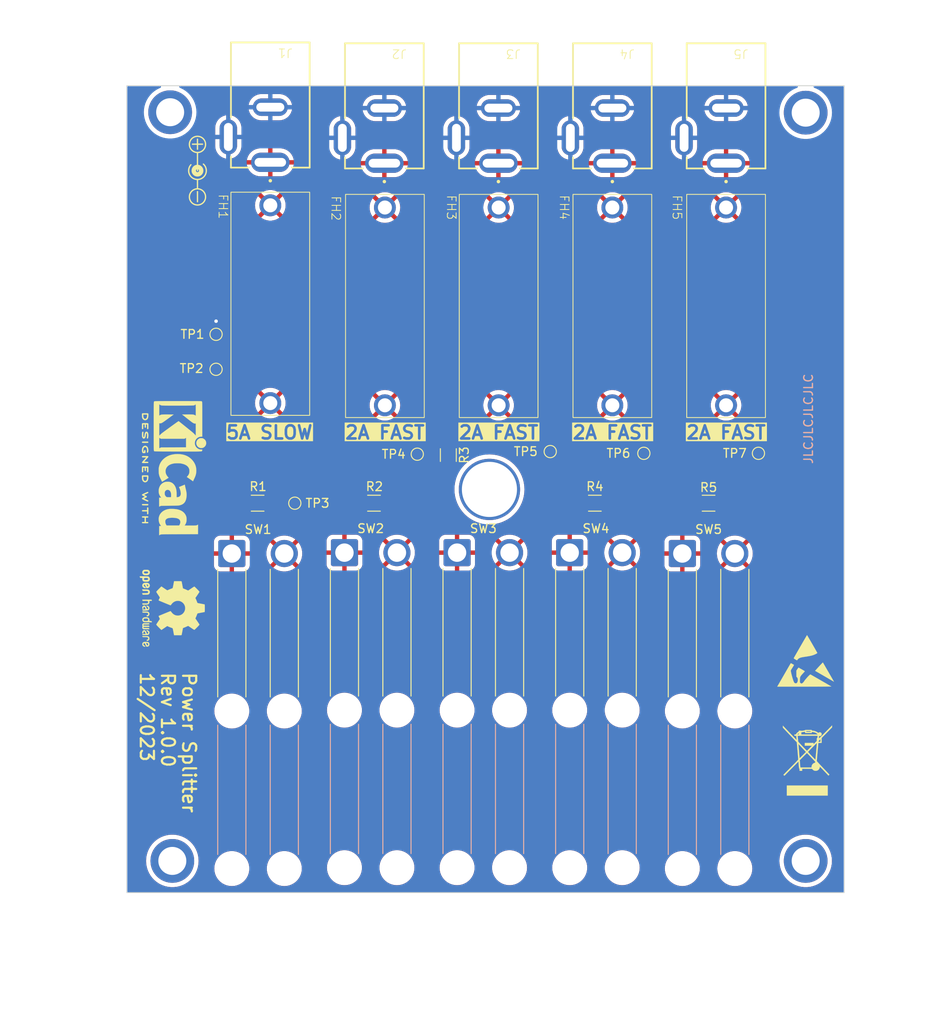
<source format=kicad_pcb>
(kicad_pcb (version 20221018) (generator pcbnew)
  (layers (0 "F.Cu" signal) (31 "B.Cu" signal) (34 "B.Paste" user) (35 "F.Paste" user) (36 "B.SilkS" user "B.Silkscreen") (37 "F.SilkS" user "F.Silkscreen") (38 "B.Mask" user) (39 "F.Mask" user) (44 "Edge.Cuts" user))
  (net 0 "")
  (net 1 "Net-(SW1-Pin_1)")
  (net 2 "VCC")
  (net 3 "Net-(SW2-Pin_2)")
  (net 4 "Net-(SW3-Pin_2)")
  (net 5 "Net-(SW4-Pin_2)")
  (net 6 "Net-(SW5-Pin_2)")
  (net 7 "Net-(FH1-Pad1)")
  (net 8 "Net-(FH2-Pad1)")
  (net 9 "Net-(FH3-Pad1)")
  (net 10 "Net-(FH4-Pad1)")
  (net 11 "Net-(FH5-Pad1)")
  (net 12 "GND")
  (footprint "Symbol:OSHW-Logo2_9.8x8mm_SilkScreen" (layer "F.Cu") (at 47.2 127 -90)
    (fp_text reference "REF**" hide)
    (fp_text value "OSHW-Logo2_9.8x8mm_SilkScreen" hide)
  )
  (footprint "Resistor_SMD:R_1206_3216Metric_Pad1.30x1.75mm_HandSolder" (layer "F.Cu") (at 108.5 115 180)
    (fp_text reference "R5" (at 0 1.8) (layer "F.SilkS"))
    (fp_text value "0R")
    (pad "1" smd roundrect (at -1.55 0 180) (size 1.3 1.75) (layers "F.Cu" "F.Paste" "F.Mask") (roundrect_rratio 0.1923076923) (net 6 "Net-(SW5-Pin_2)"))
    (pad "2" smd roundrect (at 1.55 0 180) (size 1.3 1.75) (layers "F.Cu" "F.Paste" "F.Mask") (roundrect_rratio 0.1923076923) (net 2 "VCC"))
  )
  (footprint "Symbol:WEEE-Logo_5.6x8mm_SilkScreen" (layer "F.Cu") (at 119.8 144.4)
    (fp_text reference "REF**" hide)
    (fp_text value "WEEE-Logo_5.6x8mm_SilkScreen" hide)
  )
  (footprint "Connector_Wire:SolderWire-1.5sqmm_1x02_P6mm_D1.7mm_OD3mm_Relief2x" (layer "F.Cu") (at 92.625 120.65)
    (fp_text reference "SW4" (at 3 -2.75) (layer "F.SilkS"))
    (fp_text value "Conn_01x02")
    (pad "" np_thru_hole circle (at 0 18) (size 3.5 3.5) (drill 3.5) (layers "*.Cu" "*.Mask"))
    (pad "" np_thru_hole circle (at 0 36) (size 3.5 3.5) (drill 3.5) (layers "*.Cu" "*.Mask"))
    (pad "" np_thru_hole circle (at 6 18) (size 3.5 3.5) (drill 3.5) (layers "*.Cu" "*.Mask"))
    (pad "" np_thru_hole circle (at 6 36) (size 3.5 3.5) (drill 3.5) (layers "*.Cu" "*.Mask"))
    (pad "1" thru_hole roundrect (at 0 0) (size 3.1 3.1) (drill 2.1) (layers "*.Cu" "*.Mask") (roundrect_rratio 0.08064483871) (net 2 "VCC"))
    (pad "2" thru_hole circle (at 6 0) (size 3.1 3.1) (drill 2.1) (layers "*.Cu" "*.Mask") (net 5 "Net-(SW4-Pin_2)"))
  )
  (footprint "Symbol:KiCad-Logo2_6mm_SilkScreen" (layer "F.Cu") (at 48.095153 110.992514 -90)
    (fp_text reference "REF**" hide)
    (fp_text value "KiCad-Logo2_6mm_SilkScreen" hide)
  )
  (footprint "Koszalix_Connector_DC:GCT-DCJ200-10-A-K1-K" (layer "F.Cu") (at 111 72.75 90)
    (fp_text reference "J5" (at 9.1 1.2 180 unlocked) (layer "F.SilkS") (effects (font (thickness 0.1))))
    (fp_text value "DCJ200-10-A-K1-K")
    (pad "1" thru_hole oval (at -3.4 -0.5 180) (size 4.4 2.2) (drill oval 3.6 1) (layers "*.Cu" "*.Mask") (net 11 "Net-(FH5-Pad1)"))
    (pad "2" thru_hole oval (at 2.9 -0.5 180) (size 4 2) (drill oval 3.2 1) (layers "*.Cu" "*.Mask") (net 12 "GND"))
    (pad "3" thru_hole oval (at -0.5 -5.3 180) (size 2 4) (drill oval 1 3.2) (layers "*.Cu" "*.Mask") (net 12 "GND"))
  )
  (footprint "Connector_Wire:SolderWire-1.5sqmm_1x02_P6mm_D1.7mm_OD3mm_Relief2x" (layer "F.Cu") (at 79.75 120.65)
    (fp_text reference "SW3" (at 3 -2.75) (layer "F.SilkS"))
    (fp_text value "Conn_01x02")
    (pad "" np_thru_hole circle (at 0 18) (size 3.5 3.5) (drill 3.5) (layers "*.Cu" "*.Mask"))
    (pad "" np_thru_hole circle (at 0 36) (size 3.5 3.5) (drill 3.5) (layers "*.Cu" "*.Mask"))
    (pad "" np_thru_hole circle (at 6 18) (size 3.5 3.5) (drill 3.5) (layers "*.Cu" "*.Mask"))
    (pad "" np_thru_hole circle (at 6 36) (size 3.5 3.5) (drill 3.5) (layers "*.Cu" "*.Mask"))
    (pad "1" thru_hole roundrect (at 0 0) (size 3.1 3.1) (drill 2.1) (layers "*.Cu" "*.Mask") (roundrect_rratio 0.08064483871) (net 2 "VCC"))
    (pad "2" thru_hole circle (at 6 0) (size 3.1 3.1) (drill 2.1) (layers "*.Cu" "*.Mask") (net 4 "Net-(SW3-Pin_2)"))
  )
  (footprint "Connector_Wire:SolderWire-1.5sqmm_1x02_P6mm_D1.7mm_OD3mm_Relief2x" (layer "F.Cu") (at 54 120.75)
    (fp_text reference "SW1" (at 3 -2.75) (layer "F.SilkS"))
    (fp_text value "Conn_01x02")
    (pad "" np_thru_hole circle (at 0 18) (size 3.5 3.5) (drill 3.5) (layers "*.Cu" "*.Mask"))
    (pad "" np_thru_hole circle (at 0 36) (size 3.5 3.5) (drill 3.5) (layers "*.Cu" "*.Mask"))
    (pad "" np_thru_hole circle (at 6 18) (size 3.5 3.5) (drill 3.5) (layers "*.Cu" "*.Mask"))
    (pad "" np_thru_hole circle (at 6 36) (size 3.5 3.5) (drill 3.5) (layers "*.Cu" "*.Mask"))
    (pad "1" thru_hole roundrect (at 0 0) (size 3.1 3.1) (drill 2.1) (layers "*.Cu" "*.Mask") (roundrect_rratio 0.08064483871) (net 1 "Net-(SW1-Pin_1)"))
    (pad "2" thru_hole circle (at 6 0) (size 3.1 3.1) (drill 2.1) (layers "*.Cu" "*.Mask") (net 2 "VCC"))
  )
  (footprint "Symbol:Symbol_Barrel_Polarity" (layer "F.Cu") (at 50 77 90)
    (fp_text reference "REF**" hide)
    (fp_text value "Symbol_Barrel_Polarity")
  )
  (footprint "Resistor_SMD:R_1206_3216Metric_Pad1.30x1.75mm_HandSolder" (layer "F.Cu") (at 56.95 115)
    (fp_text reference "R1" (at 0.05 -1.9) (layer "F.SilkS"))
    (fp_text value "0R")
    (pad "1" smd roundrect (at -1.55 0) (size 1.3 1.75) (layers "F.Cu" "F.Paste" "F.Mask") (roundrect_rratio 0.1923076923) (net 1 "Net-(SW1-Pin_1)"))
    (pad "2" smd roundrect (at 1.55 0) (size 1.3 1.75) (layers "F.Cu" "F.Paste" "F.Mask") (roundrect_rratio 0.1923076923) (net 2 "VCC"))
  )
  (footprint "TestPoint:TestPoint_Pad_D1.0mm" (layer "F.Cu") (at 90.4 109.1)
    (fp_text reference "TP5" (at -2.8 0) (layer "F.SilkS" knockout))
    (fp_text value "TestPoint")
    (pad "1" smd circle (at 0 0) (size 1 1) (layers "F.Cu" "F.Mask") (net 4 "Net-(SW3-Pin_2)"))
  )
  (footprint "TestPoint:TestPoint_Pad_D1.0mm" (layer "F.Cu") (at 52.2 99.7)
    (fp_text reference "TP2" (at -2.8 -0.1) (layer "F.SilkS" knockout))
    (fp_text value "TestPoint")
    (pad "1" smd circle (at 0 0) (size 1 1) (layers "F.Cu" "F.Mask") (net 1 "Net-(SW1-Pin_1)"))
  )
  (footprint "Koszalix_Connector_DC:GCT-DCJ200-10-A-K1-K" (layer "F.Cu") (at 58.9 72.65 90)
    (fp_text reference "J1" (at 9.1 1.2 180 unlocked) (layer "F.SilkS") (effects (font (thickness 0.1))))
    (fp_text value "DCJ200-10-A-K1-K")
    (pad "1" thru_hole oval (at -3.4 -0.5 180) (size 4.4 2.2) (drill oval 3.6 1) (layers "*.Cu" "*.Mask") (net 7 "Net-(FH1-Pad1)"))
    (pad "2" thru_hole oval (at 2.9 -0.5 180) (size 4 2) (drill oval 3.2 1) (layers "*.Cu" "*.Mask") (net 12 "GND"))
    (pad "3" thru_hole oval (at -0.5 -5.3 180) (size 2 4) (drill oval 1 3.2) (layers "*.Cu" "*.Mask") (net 12 "GND"))
  )
  (footprint "Resistor_SMD:R_1206_3216Metric_Pad1.30x1.75mm_HandSolder" (layer "F.Cu") (at 70.25 115 180)
    (fp_text reference "R2" (at -0.05 1.9) (layer "F.SilkS"))
    (fp_text value "0R")
    (pad "1" smd roundrect (at -1.55 0 180) (size 1.3 1.75) (layers "F.Cu" "F.Paste" "F.Mask") (roundrect_rratio 0.1923076923) (net 3 "Net-(SW2-Pin_2)"))
    (pad "2" smd roundrect (at 1.55 0 180) (size 1.3 1.75) (layers "F.Cu" "F.Paste" "F.Mask") (roundrect_rratio 0.1923076923) (net 2 "VCC"))
  )
  (footprint "Symbol:ESD-Logo_6.6x6mm_SilkScreen" (layer "F.Cu") (at 119.6 133)
    (fp_text reference "REF**" hide)
    (fp_text value "ESD-Logo_6.6x6mm_SilkScreen" hide)
  )
  (footprint "TestPoint:TestPoint_Pad_D1.0mm" (layer "F.Cu") (at 52.2 95.7)
    (fp_text reference "TP1" (at -2.7 0) (layer "F.SilkS" knockout))
    (fp_text value "TestPoint")
    (pad "1" smd circle (at 0 0) (size 1 1) (layers "F.Cu" "F.Mask") (net 12 "GND"))
  )
  (footprint "Koszalix_FuseHolders:ESKA_503.400" (layer "F.Cu") (at 71.5 81.2125 -90)
    (fp_text reference "FH2" (at 0.0875 5.6 -90 unlocked) (layer "F.SilkS") (effects (font (thickness 0.1))))
    (fp_text value "503.400")
    (pad "1" thru_hole circle (at 0 0 270) (size 2.5 2.5) (drill 1.6) (layers "*.Cu" "*.Mask") (net 8 "Net-(FH2-Pad1)"))
    (pad "2" thru_hole circle (at 22.6 0 270) (size 2.5 2.5) (drill 1.6) (layers "*.Cu" "*.Mask") (net 3 "Net-(SW2-Pin_2)"))
  )
  (footprint "TestPoint:TestPoint_Pad_D1.0mm" (layer "F.Cu") (at 61.2 115)
    (fp_text reference "TP3" (at 2.6 0) (layer "F.SilkS" knockout))
    (fp_text value "TestPoint")
    (pad "1" smd circle (at 0 0) (size 1 1) (layers "F.Cu" "F.Mask") (net 2 "VCC"))
  )
  (footprint "TestPoint:TestPoint_Pad_D1.0mm" (layer "F.Cu") (at 114.2 109.3)
    (fp_text reference "TP7" (at -2.7 0) (layer "F.SilkS" knockout))
    (fp_text value "TestPoint")
    (pad "1" smd circle (at 0 0) (size 1 1) (layers "F.Cu" "F.Mask") (net 6 "Net-(SW5-Pin_2)"))
  )
  (footprint "TestPoint:TestPoint_Pad_D1.0mm" (layer "F.Cu") (at 75.2 109.4)
    (fp_text reference "TP4" (at -2.7 0) (layer "F.SilkS" knockout))
    (fp_text value "TestPoint")
    (pad "1" smd circle (at 0 0) (size 1 1) (layers "F.Cu" "F.Mask") (net 3 "Net-(SW2-Pin_2)"))
  )
  (footprint "Resistor_SMD:R_1206_3216Metric_Pad1.30x1.75mm_HandSolder" (layer "F.Cu") (at 78.75 109.5 -90)
    (fp_text reference "R3" (at 0 -1.82 90) (layer "F.SilkS"))
    (fp_text value "0R")
    (pad "1" smd roundrect (at -1.55 0 270) (size 1.3 1.75) (layers "F.Cu" "F.Paste" "F.Mask") (roundrect_rratio 0.1923076923) (net 4 "Net-(SW3-Pin_2)"))
    (pad "2" smd roundrect (at 1.55 0 270) (size 1.3 1.75) (layers "F.Cu" "F.Paste" "F.Mask") (roundrect_rratio 0.1923076923) (net 2 "VCC"))
  )
  (footprint "Resistor_SMD:R_1206_3216Metric_Pad1.30x1.75mm_HandSolder" (layer "F.Cu") (at 95.5 115 180)
    (fp_text reference "R4" (at 0 1.9) (layer "F.SilkS"))
    (fp_text value "0R")
    (pad "1" smd roundrect (at -1.55 0 180) (size 1.3 1.75) (layers "F.Cu" "F.Paste" "F.Mask") (roundrect_rratio 0.1923076923) (net 5 "Net-(SW4-Pin_2)"))
    (pad "2" smd roundrect (at 1.55 0 180) (size 1.3 1.75) (layers "F.Cu" "F.Paste" "F.Mask") (roundrect_rratio 0.1923076923) (net 2 "VCC"))
  )
  (footprint "Connector_Wire:SolderWire-1.5sqmm_1x02_P6mm_D1.7mm_OD3mm_Relief2x" (layer "F.Cu") (at 105.5 120.75)
    (fp_text reference "SW5" (at 3 -2.75) (layer "F.SilkS"))
    (fp_text value "Conn_01x02")
    (pad "" np_thru_hole circle (at 0 18) (size 3.5 3.5) (drill 3.5) (layers "*.Cu" "*.Mask"))
    (pad "" np_thru_hole circle (at 0 36) (size 3.5 3.5) (drill 3.5) (layers "*.Cu" "*.Mask"))
    (pad "" np_thru_hole circle (at 6 18) (size 3.5 3.5) (drill 3.5) (layers "*.Cu" "*.Mask"))
    (pad "" np_thru_hole circle (at 6 36) (size 3.5 3.5) (drill 3.5) (layers "*.Cu" "*.Mask"))
    (pad "1" thru_hole roundrect (at 0 0) (size 3.1 3.1) (drill 2.1) (layers "*.Cu" "*.Mask") (roundrect_rratio 0.08064483871) (net 2 "VCC"))
    (pad "2" thru_hole circle (at 6 0) (size 3.1 3.1) (drill 2.1) (layers "*.Cu" "*.Mask") (net 6 "Net-(SW5-Pin_2)"))
  )
  (footprint "TestPoint:TestPoint_Pad_D1.0mm" (layer "F.Cu") (at 101.1 109.3)
    (fp_text reference "TP6" (at -2.9 0) (layer "F.SilkS" knockout))
    (fp_text value "TestPoint")
    (pad "1" smd circle (at 0 0) (size 1 1) (layers "F.Cu" "F.Mask") (net 5 "Net-(SW4-Pin_2)"))
  )
  (footprint "Connector_Wire:SolderWire-1.5sqmm_1x02_P6mm_D1.7mm_OD3mm_Relief2x" (layer "F.Cu") (at 66.875 120.65)
    (fp_text reference "SW2" (at 3 -2.75) (layer "F.SilkS"))
    (fp_text value "Conn_01x02")
    (pad "" np_thru_hole circle (at 0 18) (size 3.5 3.5) (drill 3.5) (layers "*.Cu" "*.Mask"))
    (pad "" np_thru_hole circle (at 0 36) (size 3.5 3.5) (drill 3.5) (layers "*.Cu" "*.Mask"))
    (pad "" np_thru_hole circle (at 6 18) (size 3.5 3.5) (drill 3.5) (layers "*.Cu" "*.Mask"))
    (pad "" np_thru_hole circle (at 6 36) (size 3.5 3.5) (drill 3.5) (layers "*.Cu" "*.Mask"))
    (pad "1" thru_hole roundrect (at 0 0) (size 3.1 3.1) (drill 2.1) (layers "*.Cu" "*.Mask") (roundrect_rratio 0.08064483871) (net 2 "VCC"))
    (pad "2" thru_hole circle (at 6 0) (size 3.1 3.1) (drill 2.1) (layers "*.Cu" "*.Mask") (net 3 "Net-(SW2-Pin_2)"))
  )
  (footprint "Koszalix_FuseHolders:ESKA_503.400" (layer "F.Cu") (at 58.4 80.9625 -90)
    (fp_text reference "FH1" (at 0.1375 5.4 -90 unlocked) (layer "F.SilkS") (effects (font (thickness 0.1))))
    (fp_text value "503.400")
    (pad "1" thru_hole circle (at 0 0 270) (size 2.5 2.5) (drill 1.6) (layers "*.Cu" "*.Mask") (net 7 "Net-(FH1-Pad1)"))
    (pad "2" thru_hole circle (at 22.6 0 270) (size 2.5 2.5) (drill 1.6) (layers "*.Cu" "*.Mask") (net 1 "Net-(SW1-Pin_1)"))
  )
  (footprint "Koszalix_Connector_DC:GCT-DCJ200-10-A-K1-K" (layer "F.Cu") (at 84.975 72.75 90)
    (fp_text reference "J3" (at 9.1 1.2 180 unlocked) (layer "F.SilkS") (effects (font (thickness 0.1))))
    (fp_text value "DCJ200-10-A-K1-K")
    (pad "1" thru_hole oval (at -3.4 -0.5 180) (size 4.4 2.2) (drill oval 3.6 1) (layers "*.Cu" "*.Mask") (net 9 "Net-(FH3-Pad1)"))
    (pad "2" thru_hole oval (at 2.9 -0.5 180) (size 4 2) (drill oval 3.2 1) (layers "*.Cu" "*.Mask") (net 12 "GND"))
    (pad "3" thru_hole oval (at -0.5 -5.3 180) (size 2 4) (drill oval 1 3.2) (layers "*.Cu" "*.Mask") (net 12 "GND"))
  )
  (footprint "Koszalix_FuseHolders:ESKA_503.400" (layer "F.Cu") (at 97.5 81.2125 -90)
    (fp_text reference "FH4" (at -0.0125 5.5 -90 unlocked) (layer "F.SilkS") (effects (font (thickness 0.1))))
    (fp_text value "503.400")
    (pad "1" thru_hole circle (at 0 0 270) (size 2.5 2.5) (drill 1.6) (layers "*.Cu" "*.Mask") (net 10 "Net-(FH4-Pad1)"))
    (pad "2" thru_hole circle (at 22.6 0 270) (size 2.5 2.5) (drill 1.6) (layers "*.Cu" "*.Mask") (net 5 "Net-(SW4-Pin_2)"))
  )
  (footprint "Koszalix_Connector_DC:GCT-DCJ200-10-A-K1-K" (layer "F.Cu") (at 98 72.75 90)
    (fp_text reference "J4" (at 9.1 1.2 180 unlocked) (layer "F.SilkS") (effects (font (thickness 0.1))))
    (fp_text value "DCJ200-10-A-K1-K")
    (pad "1" thru_hole oval (at -3.4 -0.5 180) (size 4.4 2.2) (drill oval 3.6 1) (layers "*.Cu" "*.Mask") (net 10 "Net-(FH4-Pad1)"))
    (pad "2" thru_hole oval (at 2.9 -0.5 180) (size 4 2) (drill oval 3.2 1) (layers "*.Cu" "*.Mask") (net 12 "GND"))
    (pad "3" thru_hole oval (at -0.5 -5.3 180) (size 2 4) (drill oval 1 3.2) (layers "*.Cu" "*.Mask") (net 12 "GND"))
  )
  (footprint "Koszalix_FuseHolders:ESKA_503.400" (layer "F.Cu") (at 84.5 81.2125 -90)
    (fp_text reference "FH3" (at -0.0125 5.4 -90 unlocked) (layer "F.SilkS") (effects (font (thickness 0.1))))
    (fp_text value "503.400")
    (pad "1" thru_hole circle (at 0 0 270) (size 2.5 2.5) (drill 1.6) (layers "*.Cu" "*.Mask") (net 9 "Net-(FH3-Pad1)"))
    (pad "2" thru_hole circle (at 22.6 0 270) (size 2.5 2.5) (drill 1.6) (layers "*.Cu" "*.Mask") (net 4 "Net-(SW3-Pin_2)"))
  )
  (footprint "Koszalix_Connector_DC:GCT-DCJ200-10-A-K1-K" (layer "F.Cu") (at 71.9375 72.75 90)
    (fp_text reference "J2" (at 9.1 1.2 180 unlocked) (layer "F.SilkS") (effects (font (thickness 0.1))))
    (fp_text value "DCJ200-10-A-K1-K")
    (pad "1" thru_hole oval (at -3.4 -0.5 180) (size 4.4 2.2) (drill oval 3.6 1) (layers "*.Cu" "*.Mask") (net 8 "Net-(FH2-Pad1)"))
    (pad "2" thru_hole oval (at 2.9 -0.5 180) (size 4 2) (drill oval 3.2 1) (layers "*.Cu" "*.Mask") (net 12 "GND"))
    (pad "3" thru_hole oval (at -0.5 -5.3 180) (size 2 4) (drill oval 1 3.2) (layers "*.Cu" "*.Mask") (net 12 "GND"))
  )
  (footprint "Koszalix_Cases:z5" (layer "F.Cu") (at 83.45 113.325)
    (fp_text reference "MC1" hide)
    (fp_text value "KRADEX Z5" hide)
    (pad "" np_thru_hole circle (at -36.5 -43) (size 5 5) (drill 3.2) (layers "F&B.Cu" "*.Mask"))
    (pad "" np_thru_hole circle (at -36.25 42.55) (size 5 5) (drill 3.2) (layers "F&B.Cu" "*.Mask"))
    (pad "" np_thru_hole circle (at 0 0.1) (size 7 7) (drill 6.3) (layers "F&B.Cu" "*.Mask"))
    (pad "" np_thru_hole circle (at 36.15 -42.95) (size 5 5) (drill 3.2) (layers "F&B.Cu" "*.Mask"))
    (pad "" np_thru_hole circle (at 36.15 42.55) (size 5 5) (drill 3.2) (layers "F&B.Cu" "*.Mask"))
  )
  (footprint "Koszalix_FuseHolders:ESKA_503.400" (layer "F.Cu") (at 110.5 81.2125 -90)
    (fp_text reference "FH5" (at -0.0125 5.6 -90 unlocked) (layer "F.SilkS") (effects (font (thickness 0.1))))
    (fp_text value "503.400")
    (pad "1" thru_hole circle (at 0 0 270) (size 2.5 2.5) (drill 1.6) (layers "*.Cu" "*.Mask") (net 11 "Net-(FH5-Pad1)"))
    (pad "2" thru_hole circle (at 22.6 0 270) (size 2.5 2.5) (drill 1.6) (layers "*.Cu" "*.Mask") (net 6 "Net-(SW5-Pin_2)"))
  )
  (gr_line (start 50.075 80.55) (end 50.075 79.4) (stroke (width 0.15)) (layer "F.SilkS"))
  (gr_line (start 50.65 73.975) (end 49.5 73.975) (stroke (width 0.15)) (layer "F.SilkS"))
  (gr_line (start 50.075 74.55) (end 50.075 73.4) (stroke (width 0.15)) (layer "F.SilkS"))
  (gr_rect (start 42 67.3) (end 124 159.5) (stroke (width 0.1)) (fill none) (layer "Edge.Cuts"))
  (gr_text "JLCJLCJLCJLC" (at 120.5 110.6 90) (layer "B.SilkS") (effects (font (size 1 1)) (justify left bottom)))
  (gr_text "2A FAST" (at 105.8 107.8) (layer "F.SilkS" knockout) (effects (font (size 1.5 1.5) (thickness 0.3)) (justify left bottom)))
  (gr_text "2A FAST" (at 66.8 107.8) (layer "F.SilkS" knockout) (effects (font (size 1.5 1.5) (thickness 0.3)) (justify left bottom)))
  (gr_text "2A FAST" (at 92.8 107.8) (layer "F.SilkS" knockout) (effects (font (size 1.5 1.5) (thickness 0.3)) (justify left bottom)))
  (gr_text "2A FAST" (at 79.8 107.8) (layer "F.SilkS" knockout) (effects (font (size 1.5 1.5) (thickness 0.3)) (justify left bottom)))
  (gr_text "Power Splitter\nRev 1.0.0\n12/2023" (at 43.4 134.2 270) (layer "F.SilkS") (effects (font (size 1.5 1.5) (thickness 0.25) bold) (justify left bottom)))
  (gr_text "5A SLOW" (at 53.2 107.8) (layer "F.SilkS" knockout) (effects (font (size 1.5 1.5) (thickness 0.3)) (justify left bottom)))
  (segment (start 52.2 95.7) (end 52.2 94.2) (width 0.25) (layer "F.Cu") (net 12))
  (via (at 52.2 94.2) (size 0.8) (drill 0.4) (layers "F.Cu" "B.Cu") (net 12))
  (zone (net 4) (net_name "Net-(SW3-Pin_2)") (layer "F.Cu") (priority 3) (connect_pads (clearance 0.5)) (min_thickness 0.25) (fill yes (thermal_gap 0.5) (thermal_bridge_width 0.5))
    (polygon (pts (xy 91.75 97.5) (xy 91.75 112) (xy 89.5 112) (xy 89.5 123) (xy 83 123) (xy 83 108.75) (xy 77.5 108.75) (xy 77.5 97.5)))
  )
  (zone (net 10) (net_name "Net-(FH4-Pad1)") (layer "F.Cu") (priority 6) (connect_pads (clearance 0.5)) (min_thickness 0.25) (fill yes (thermal_gap 0.5) (thermal_bridge_width 0.5))
    (polygon (pts (xy 91 64) (xy 103.5 64) (xy 103.5 83.5) (xy 91 83.5)))
  )
  (zone (net 8) (net_name "Net-(FH2-Pad1)") (layer "F.Cu") (priority 6) (connect_pads (clearance 0.5)) (min_thickness 0.25) (fill yes (thermal_gap 0.5) (thermal_bridge_width 0.5))
    (polygon (pts (xy 65 64) (xy 77.5 64) (xy 77.5 83.5) (xy 65 83.5)))
  )
  (zone (net 11) (net_name "Net-(FH5-Pad1)") (layer "F.Cu") (priority 6) (connect_pads (clearance 0.5)) (min_thickness 0.25) (fill yes (thermal_gap 0.5) (thermal_bridge_width 0.5))
    (polygon (pts (xy 104 64) (xy 116.5 64) (xy 116.5 83.5) (xy 104 83.5)))
  )
  (zone (net 2) (net_name "VCC") (layer "F.Cu") (connect_pads (clearance 0.5)) (min_thickness 0.25) (fill yes (thermal_gap 0.5) (thermal_bridge_width 0.5))
    (polygon (pts (xy 57 113.25) (xy 69.5 113.25) (xy 69.25 123.5) (xy 77 123.5) (xy 77 109.5) (xy 82.5 109.5) (xy 82.5 123.5) (xy 90 123.5) (xy 90 113.25) (xy 95.5 113.25) (xy 95.5 123.5) (xy 102 123.5) (xy 102 113.25) (xy 108.5 113.25) (xy 108.5 123.75) (xy 116 123.75) (xy 116 117.5) (xy 136 117.5) (xy 136 174.5) (xy 27.5 174.5) (xy 27.5 136.5) (xy 57 136.5)))
  )
  (zone (net 1) (net_name "Net-(SW1-Pin_1)") (layer "F.Cu") (priority 1) (connect_pads (clearance 0.5)) (min_thickness 0.25) (fill yes (thermal_gap 0.5) (thermal_bridge_width 0.5))
    (polygon (pts (xy 63.5 97.5) (xy 63.5 112.75) (xy 56.5 112.75) (xy 56.5 134.5) (xy 35.5 134.5) (xy 35.5 97.5)))
  )
  (zone (net 3) (net_name "Net-(SW2-Pin_2)") (layer "F.Cu") (priority 2) (connect_pads (clearance 0.5)) (min_thickness 0.25) (fill yes (thermal_gap 0.5) (thermal_bridge_width 0.5))
    (polygon (pts (xy 66.5 97.5) (xy 76.5 97.5) (xy 76.5 123) (xy 70 123) (xy 70 112.75) (xy 66.5 112.75)))
  )
  (zone (net 6) (net_name "Net-(SW5-Pin_2)") (layer "F.Cu") (priority 5) (connect_pads (clearance 0.5)) (min_thickness 0.25) (fill yes (thermal_gap 0.5) (thermal_bridge_width 0.5))
    (polygon (pts (xy 105.5 97.5) (xy 115.5 97.5) (xy 115.5 123.25) (xy 108.5 123.25) (xy 108.5 112.75) (xy 105.5 112.75)))
  )
  (zone (net 7) (net_name "Net-(FH1-Pad1)") (layer "F.Cu") (priority 6) (connect_pads (clearance 0.5)) (min_thickness 0.25) (fill yes (thermal_gap 0.5) (thermal_bridge_width 0.5))
    (polygon (pts (xy 51.5 64) (xy 64 64) (xy 64 83.5) (xy 51.5 83.5)))
  )
  (zone (net 5) (net_name "Net-(SW4-Pin_2)") (layer "F.Cu") (priority 4) (connect_pads (clearance 0.5)) (min_thickness 0.25) (fill yes (thermal_gap 0.5) (thermal_bridge_width 0.5))
    (polygon (pts (xy 92.5 97.5) (xy 102.5 97.5) (xy 102.5 123) (xy 95.5 123) (xy 95.5 112.75) (xy 92.5 112.75)))
  )
  (zone (net 9) (net_name "Net-(FH3-Pad1)") (layer "F.Cu") (priority 6) (connect_pads (clearance 0.5)) (min_thickness 0.25) (fill yes (thermal_gap 0.5) (thermal_bridge_width 0.5))
    (polygon (pts (xy 78 64) (xy 90.5 64) (xy 90.5 83.5) (xy 78 83.5)))
  )
  (zone (net 12) (net_name "GND") (layer "B.Cu") (connect_pads (clearance 0.5)) (min_thickness 0.25) (fill yes (thermal_gap 0.5) (thermal_bridge_width 0.5))
    (polygon (pts (xy 38 57.5) (xy 129 57.5) (xy 129 168) (xy 38 168)))
  )
)
</source>
